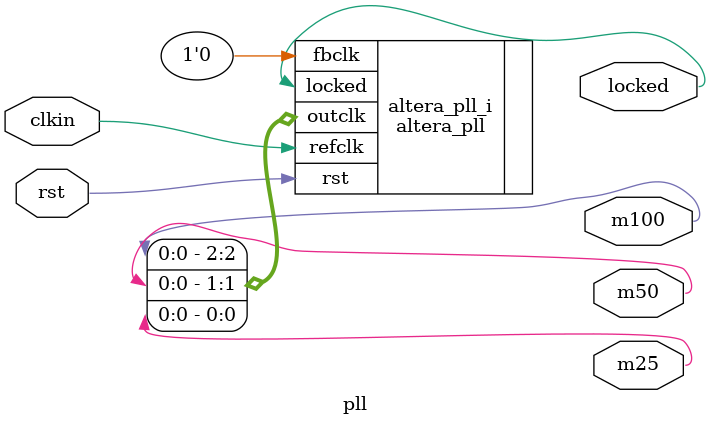
<source format=v>
module pll
(
    input  clkin,
    input  rst,
    output m25,
    output m50,
    output m100,
    output locked
);
altera_pll #(
    .fractional_vco_multiplier("false"),
    .reference_clock_frequency("50.0 MHz"),
    .operation_mode    ("normal"),
    .number_of_clocks  (3),
    .output_clock_frequency0("25.0 MHz"),   .phase_shift0("0 ps"),  .duty_cycle0(50),
    .output_clock_frequency1("50.0 MHz"),   .phase_shift1("0 ps"),  .duty_cycle1(50),
    .output_clock_frequency2("100.0 MHz"),  .phase_shift2("0 ps"),  .duty_cycle2(50),
    .output_clock_frequency3("0.0 MHz"),    .phase_shift3("0 ps"),  .duty_cycle3(50),
    .output_clock_frequency4("0.0 MHz"),    .phase_shift4("0 ps"),  .duty_cycle4(50),
    .output_clock_frequency5("0.0 MHz"),    .phase_shift5("0 ps"),  .duty_cycle5(50),
    .output_clock_frequency6("0.0 MHz"),    .phase_shift6("0 ps"),  .duty_cycle6(50),
    .output_clock_frequency7("0.0 MHz"),    .phase_shift7("0 ps"),  .duty_cycle7(50),
    .output_clock_frequency8("0.0 MHz"),    .phase_shift8("0 ps"),  .duty_cycle8(50),
    .output_clock_frequency9("0.0 MHz"),    .phase_shift9("0 ps"),  .duty_cycle9(50),
    .output_clock_frequency10("0.0 MHz"),   .phase_shift10("0 ps"), .duty_cycle10(50),
    .output_clock_frequency11("0.0 MHz"),   .phase_shift11("0 ps"), .duty_cycle11(50),
    .output_clock_frequency12("0.0 MHz"),   .phase_shift12("0 ps"), .duty_cycle12(50),
    .output_clock_frequency13("0.0 MHz"),   .phase_shift13("0 ps"), .duty_cycle13(50),
    .output_clock_frequency14("0.0 MHz"),   .phase_shift14("0 ps"), .duty_cycle14(50),
    .output_clock_frequency15("0.0 MHz"),   .phase_shift15("0 ps"), .duty_cycle15(50),
    .output_clock_frequency16("0.0 MHz"),   .phase_shift16("0 ps"), .duty_cycle16(50),
    .output_clock_frequency17("0.0 MHz"),   .phase_shift17("0 ps"), .duty_cycle17(50),
    .pll_type("General"),
    .pll_subtype("General")
)
altera_pll_i
(
    .rst      (rst),
    .outclk   ({m100,m50,m25}),
    .locked   (locked),
    .fbclk    (1'b0),
    .refclk   (clkin)
);
endmodule

</source>
